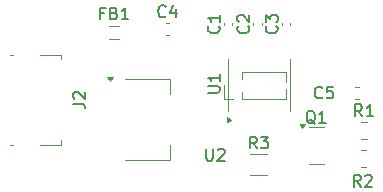
<source format=gbr>
%TF.GenerationSoftware,KiCad,Pcbnew,8.0.5*%
%TF.CreationDate,2025-01-07T00:48:21+01:00*%
%TF.ProjectId,my_Project3,6d795f50-726f-46a6-9563-74332e6b6963,rev?*%
%TF.SameCoordinates,Original*%
%TF.FileFunction,Legend,Top*%
%TF.FilePolarity,Positive*%
%FSLAX46Y46*%
G04 Gerber Fmt 4.6, Leading zero omitted, Abs format (unit mm)*
G04 Created by KiCad (PCBNEW 8.0.5) date 2025-01-07 00:48:21*
%MOMM*%
%LPD*%
G01*
G04 APERTURE LIST*
%ADD10C,0.150000*%
%ADD11C,0.120000*%
G04 APERTURE END LIST*
D10*
X122659819Y-80941833D02*
X123374104Y-80941833D01*
X123374104Y-80941833D02*
X123516961Y-80989452D01*
X123516961Y-80989452D02*
X123612200Y-81084690D01*
X123612200Y-81084690D02*
X123659819Y-81227547D01*
X123659819Y-81227547D02*
X123659819Y-81322785D01*
X122755057Y-80513261D02*
X122707438Y-80465642D01*
X122707438Y-80465642D02*
X122659819Y-80370404D01*
X122659819Y-80370404D02*
X122659819Y-80132309D01*
X122659819Y-80132309D02*
X122707438Y-80037071D01*
X122707438Y-80037071D02*
X122755057Y-79989452D01*
X122755057Y-79989452D02*
X122850295Y-79941833D01*
X122850295Y-79941833D02*
X122945533Y-79941833D01*
X122945533Y-79941833D02*
X123088390Y-79989452D01*
X123088390Y-79989452D02*
X123659819Y-80560880D01*
X123659819Y-80560880D02*
X123659819Y-79941833D01*
X130488333Y-73525580D02*
X130440714Y-73573200D01*
X130440714Y-73573200D02*
X130297857Y-73620819D01*
X130297857Y-73620819D02*
X130202619Y-73620819D01*
X130202619Y-73620819D02*
X130059762Y-73573200D01*
X130059762Y-73573200D02*
X129964524Y-73477961D01*
X129964524Y-73477961D02*
X129916905Y-73382723D01*
X129916905Y-73382723D02*
X129869286Y-73192247D01*
X129869286Y-73192247D02*
X129869286Y-73049390D01*
X129869286Y-73049390D02*
X129916905Y-72858914D01*
X129916905Y-72858914D02*
X129964524Y-72763676D01*
X129964524Y-72763676D02*
X130059762Y-72668438D01*
X130059762Y-72668438D02*
X130202619Y-72620819D01*
X130202619Y-72620819D02*
X130297857Y-72620819D01*
X130297857Y-72620819D02*
X130440714Y-72668438D01*
X130440714Y-72668438D02*
X130488333Y-72716057D01*
X131345476Y-72954152D02*
X131345476Y-73620819D01*
X131107381Y-72573200D02*
X130869286Y-73287485D01*
X130869286Y-73287485D02*
X131488333Y-73287485D01*
X138225833Y-84730819D02*
X137892500Y-84254628D01*
X137654405Y-84730819D02*
X137654405Y-83730819D01*
X137654405Y-83730819D02*
X138035357Y-83730819D01*
X138035357Y-83730819D02*
X138130595Y-83778438D01*
X138130595Y-83778438D02*
X138178214Y-83826057D01*
X138178214Y-83826057D02*
X138225833Y-83921295D01*
X138225833Y-83921295D02*
X138225833Y-84064152D01*
X138225833Y-84064152D02*
X138178214Y-84159390D01*
X138178214Y-84159390D02*
X138130595Y-84207009D01*
X138130595Y-84207009D02*
X138035357Y-84254628D01*
X138035357Y-84254628D02*
X137654405Y-84254628D01*
X138559167Y-83730819D02*
X139178214Y-83730819D01*
X139178214Y-83730819D02*
X138844881Y-84111771D01*
X138844881Y-84111771D02*
X138987738Y-84111771D01*
X138987738Y-84111771D02*
X139082976Y-84159390D01*
X139082976Y-84159390D02*
X139130595Y-84207009D01*
X139130595Y-84207009D02*
X139178214Y-84302247D01*
X139178214Y-84302247D02*
X139178214Y-84540342D01*
X139178214Y-84540342D02*
X139130595Y-84635580D01*
X139130595Y-84635580D02*
X139082976Y-84683200D01*
X139082976Y-84683200D02*
X138987738Y-84730819D01*
X138987738Y-84730819D02*
X138702024Y-84730819D01*
X138702024Y-84730819D02*
X138606786Y-84683200D01*
X138606786Y-84683200D02*
X138559167Y-84635580D01*
X143147261Y-82646057D02*
X143052023Y-82598438D01*
X143052023Y-82598438D02*
X142956785Y-82503200D01*
X142956785Y-82503200D02*
X142813928Y-82360342D01*
X142813928Y-82360342D02*
X142718690Y-82312723D01*
X142718690Y-82312723D02*
X142623452Y-82312723D01*
X142671071Y-82550819D02*
X142575833Y-82503200D01*
X142575833Y-82503200D02*
X142480595Y-82407961D01*
X142480595Y-82407961D02*
X142432976Y-82217485D01*
X142432976Y-82217485D02*
X142432976Y-81884152D01*
X142432976Y-81884152D02*
X142480595Y-81693676D01*
X142480595Y-81693676D02*
X142575833Y-81598438D01*
X142575833Y-81598438D02*
X142671071Y-81550819D01*
X142671071Y-81550819D02*
X142861547Y-81550819D01*
X142861547Y-81550819D02*
X142956785Y-81598438D01*
X142956785Y-81598438D02*
X143052023Y-81693676D01*
X143052023Y-81693676D02*
X143099642Y-81884152D01*
X143099642Y-81884152D02*
X143099642Y-82217485D01*
X143099642Y-82217485D02*
X143052023Y-82407961D01*
X143052023Y-82407961D02*
X142956785Y-82503200D01*
X142956785Y-82503200D02*
X142861547Y-82550819D01*
X142861547Y-82550819D02*
X142671071Y-82550819D01*
X144052023Y-82550819D02*
X143480595Y-82550819D01*
X143766309Y-82550819D02*
X143766309Y-81550819D01*
X143766309Y-81550819D02*
X143671071Y-81693676D01*
X143671071Y-81693676D02*
X143575833Y-81788914D01*
X143575833Y-81788914D02*
X143480595Y-81836533D01*
X143748333Y-80395580D02*
X143700714Y-80443200D01*
X143700714Y-80443200D02*
X143557857Y-80490819D01*
X143557857Y-80490819D02*
X143462619Y-80490819D01*
X143462619Y-80490819D02*
X143319762Y-80443200D01*
X143319762Y-80443200D02*
X143224524Y-80347961D01*
X143224524Y-80347961D02*
X143176905Y-80252723D01*
X143176905Y-80252723D02*
X143129286Y-80062247D01*
X143129286Y-80062247D02*
X143129286Y-79919390D01*
X143129286Y-79919390D02*
X143176905Y-79728914D01*
X143176905Y-79728914D02*
X143224524Y-79633676D01*
X143224524Y-79633676D02*
X143319762Y-79538438D01*
X143319762Y-79538438D02*
X143462619Y-79490819D01*
X143462619Y-79490819D02*
X143557857Y-79490819D01*
X143557857Y-79490819D02*
X143700714Y-79538438D01*
X143700714Y-79538438D02*
X143748333Y-79586057D01*
X144653095Y-79490819D02*
X144176905Y-79490819D01*
X144176905Y-79490819D02*
X144129286Y-79967009D01*
X144129286Y-79967009D02*
X144176905Y-79919390D01*
X144176905Y-79919390D02*
X144272143Y-79871771D01*
X144272143Y-79871771D02*
X144510238Y-79871771D01*
X144510238Y-79871771D02*
X144605476Y-79919390D01*
X144605476Y-79919390D02*
X144653095Y-79967009D01*
X144653095Y-79967009D02*
X144700714Y-80062247D01*
X144700714Y-80062247D02*
X144700714Y-80300342D01*
X144700714Y-80300342D02*
X144653095Y-80395580D01*
X144653095Y-80395580D02*
X144605476Y-80443200D01*
X144605476Y-80443200D02*
X144510238Y-80490819D01*
X144510238Y-80490819D02*
X144272143Y-80490819D01*
X144272143Y-80490819D02*
X144176905Y-80443200D01*
X144176905Y-80443200D02*
X144129286Y-80395580D01*
X147013333Y-87950819D02*
X146680000Y-87474628D01*
X146441905Y-87950819D02*
X146441905Y-86950819D01*
X146441905Y-86950819D02*
X146822857Y-86950819D01*
X146822857Y-86950819D02*
X146918095Y-86998438D01*
X146918095Y-86998438D02*
X146965714Y-87046057D01*
X146965714Y-87046057D02*
X147013333Y-87141295D01*
X147013333Y-87141295D02*
X147013333Y-87284152D01*
X147013333Y-87284152D02*
X146965714Y-87379390D01*
X146965714Y-87379390D02*
X146918095Y-87427009D01*
X146918095Y-87427009D02*
X146822857Y-87474628D01*
X146822857Y-87474628D02*
X146441905Y-87474628D01*
X147394286Y-87046057D02*
X147441905Y-86998438D01*
X147441905Y-86998438D02*
X147537143Y-86950819D01*
X147537143Y-86950819D02*
X147775238Y-86950819D01*
X147775238Y-86950819D02*
X147870476Y-86998438D01*
X147870476Y-86998438D02*
X147918095Y-87046057D01*
X147918095Y-87046057D02*
X147965714Y-87141295D01*
X147965714Y-87141295D02*
X147965714Y-87236533D01*
X147965714Y-87236533D02*
X147918095Y-87379390D01*
X147918095Y-87379390D02*
X147346667Y-87950819D01*
X147346667Y-87950819D02*
X147965714Y-87950819D01*
X137479580Y-74362666D02*
X137527200Y-74410285D01*
X137527200Y-74410285D02*
X137574819Y-74553142D01*
X137574819Y-74553142D02*
X137574819Y-74648380D01*
X137574819Y-74648380D02*
X137527200Y-74791237D01*
X137527200Y-74791237D02*
X137431961Y-74886475D01*
X137431961Y-74886475D02*
X137336723Y-74934094D01*
X137336723Y-74934094D02*
X137146247Y-74981713D01*
X137146247Y-74981713D02*
X137003390Y-74981713D01*
X137003390Y-74981713D02*
X136812914Y-74934094D01*
X136812914Y-74934094D02*
X136717676Y-74886475D01*
X136717676Y-74886475D02*
X136622438Y-74791237D01*
X136622438Y-74791237D02*
X136574819Y-74648380D01*
X136574819Y-74648380D02*
X136574819Y-74553142D01*
X136574819Y-74553142D02*
X136622438Y-74410285D01*
X136622438Y-74410285D02*
X136670057Y-74362666D01*
X136670057Y-73981713D02*
X136622438Y-73934094D01*
X136622438Y-73934094D02*
X136574819Y-73838856D01*
X136574819Y-73838856D02*
X136574819Y-73600761D01*
X136574819Y-73600761D02*
X136622438Y-73505523D01*
X136622438Y-73505523D02*
X136670057Y-73457904D01*
X136670057Y-73457904D02*
X136765295Y-73410285D01*
X136765295Y-73410285D02*
X136860533Y-73410285D01*
X136860533Y-73410285D02*
X137003390Y-73457904D01*
X137003390Y-73457904D02*
X137574819Y-74029332D01*
X137574819Y-74029332D02*
X137574819Y-73410285D01*
X134979580Y-74362666D02*
X135027200Y-74410285D01*
X135027200Y-74410285D02*
X135074819Y-74553142D01*
X135074819Y-74553142D02*
X135074819Y-74648380D01*
X135074819Y-74648380D02*
X135027200Y-74791237D01*
X135027200Y-74791237D02*
X134931961Y-74886475D01*
X134931961Y-74886475D02*
X134836723Y-74934094D01*
X134836723Y-74934094D02*
X134646247Y-74981713D01*
X134646247Y-74981713D02*
X134503390Y-74981713D01*
X134503390Y-74981713D02*
X134312914Y-74934094D01*
X134312914Y-74934094D02*
X134217676Y-74886475D01*
X134217676Y-74886475D02*
X134122438Y-74791237D01*
X134122438Y-74791237D02*
X134074819Y-74648380D01*
X134074819Y-74648380D02*
X134074819Y-74553142D01*
X134074819Y-74553142D02*
X134122438Y-74410285D01*
X134122438Y-74410285D02*
X134170057Y-74362666D01*
X135074819Y-73410285D02*
X135074819Y-73981713D01*
X135074819Y-73695999D02*
X134074819Y-73695999D01*
X134074819Y-73695999D02*
X134217676Y-73791237D01*
X134217676Y-73791237D02*
X134312914Y-73886475D01*
X134312914Y-73886475D02*
X134360533Y-73981713D01*
X139879580Y-74362666D02*
X139927200Y-74410285D01*
X139927200Y-74410285D02*
X139974819Y-74553142D01*
X139974819Y-74553142D02*
X139974819Y-74648380D01*
X139974819Y-74648380D02*
X139927200Y-74791237D01*
X139927200Y-74791237D02*
X139831961Y-74886475D01*
X139831961Y-74886475D02*
X139736723Y-74934094D01*
X139736723Y-74934094D02*
X139546247Y-74981713D01*
X139546247Y-74981713D02*
X139403390Y-74981713D01*
X139403390Y-74981713D02*
X139212914Y-74934094D01*
X139212914Y-74934094D02*
X139117676Y-74886475D01*
X139117676Y-74886475D02*
X139022438Y-74791237D01*
X139022438Y-74791237D02*
X138974819Y-74648380D01*
X138974819Y-74648380D02*
X138974819Y-74553142D01*
X138974819Y-74553142D02*
X139022438Y-74410285D01*
X139022438Y-74410285D02*
X139070057Y-74362666D01*
X138974819Y-74029332D02*
X138974819Y-73410285D01*
X138974819Y-73410285D02*
X139355771Y-73743618D01*
X139355771Y-73743618D02*
X139355771Y-73600761D01*
X139355771Y-73600761D02*
X139403390Y-73505523D01*
X139403390Y-73505523D02*
X139451009Y-73457904D01*
X139451009Y-73457904D02*
X139546247Y-73410285D01*
X139546247Y-73410285D02*
X139784342Y-73410285D01*
X139784342Y-73410285D02*
X139879580Y-73457904D01*
X139879580Y-73457904D02*
X139927200Y-73505523D01*
X139927200Y-73505523D02*
X139974819Y-73600761D01*
X139974819Y-73600761D02*
X139974819Y-73886475D01*
X139974819Y-73886475D02*
X139927200Y-73981713D01*
X139927200Y-73981713D02*
X139879580Y-74029332D01*
X134074819Y-80009904D02*
X134884342Y-80009904D01*
X134884342Y-80009904D02*
X134979580Y-79962285D01*
X134979580Y-79962285D02*
X135027200Y-79914666D01*
X135027200Y-79914666D02*
X135074819Y-79819428D01*
X135074819Y-79819428D02*
X135074819Y-79628952D01*
X135074819Y-79628952D02*
X135027200Y-79533714D01*
X135027200Y-79533714D02*
X134979580Y-79486095D01*
X134979580Y-79486095D02*
X134884342Y-79438476D01*
X134884342Y-79438476D02*
X134074819Y-79438476D01*
X135074819Y-78438476D02*
X135074819Y-79009904D01*
X135074819Y-78724190D02*
X134074819Y-78724190D01*
X134074819Y-78724190D02*
X134217676Y-78819428D01*
X134217676Y-78819428D02*
X134312914Y-78914666D01*
X134312914Y-78914666D02*
X134360533Y-79009904D01*
X147125833Y-82000819D02*
X146792500Y-81524628D01*
X146554405Y-82000819D02*
X146554405Y-81000819D01*
X146554405Y-81000819D02*
X146935357Y-81000819D01*
X146935357Y-81000819D02*
X147030595Y-81048438D01*
X147030595Y-81048438D02*
X147078214Y-81096057D01*
X147078214Y-81096057D02*
X147125833Y-81191295D01*
X147125833Y-81191295D02*
X147125833Y-81334152D01*
X147125833Y-81334152D02*
X147078214Y-81429390D01*
X147078214Y-81429390D02*
X147030595Y-81477009D01*
X147030595Y-81477009D02*
X146935357Y-81524628D01*
X146935357Y-81524628D02*
X146554405Y-81524628D01*
X148078214Y-82000819D02*
X147506786Y-82000819D01*
X147792500Y-82000819D02*
X147792500Y-81000819D01*
X147792500Y-81000819D02*
X147697262Y-81143676D01*
X147697262Y-81143676D02*
X147602024Y-81238914D01*
X147602024Y-81238914D02*
X147506786Y-81286533D01*
X125284166Y-73277009D02*
X124950833Y-73277009D01*
X124950833Y-73800819D02*
X124950833Y-72800819D01*
X124950833Y-72800819D02*
X125427023Y-72800819D01*
X126141309Y-73277009D02*
X126284166Y-73324628D01*
X126284166Y-73324628D02*
X126331785Y-73372247D01*
X126331785Y-73372247D02*
X126379404Y-73467485D01*
X126379404Y-73467485D02*
X126379404Y-73610342D01*
X126379404Y-73610342D02*
X126331785Y-73705580D01*
X126331785Y-73705580D02*
X126284166Y-73753200D01*
X126284166Y-73753200D02*
X126188928Y-73800819D01*
X126188928Y-73800819D02*
X125807976Y-73800819D01*
X125807976Y-73800819D02*
X125807976Y-72800819D01*
X125807976Y-72800819D02*
X126141309Y-72800819D01*
X126141309Y-72800819D02*
X126236547Y-72848438D01*
X126236547Y-72848438D02*
X126284166Y-72896057D01*
X126284166Y-72896057D02*
X126331785Y-72991295D01*
X126331785Y-72991295D02*
X126331785Y-73086533D01*
X126331785Y-73086533D02*
X126284166Y-73181771D01*
X126284166Y-73181771D02*
X126236547Y-73229390D01*
X126236547Y-73229390D02*
X126141309Y-73277009D01*
X126141309Y-73277009D02*
X125807976Y-73277009D01*
X127331785Y-73800819D02*
X126760357Y-73800819D01*
X127046071Y-73800819D02*
X127046071Y-72800819D01*
X127046071Y-72800819D02*
X126950833Y-72943676D01*
X126950833Y-72943676D02*
X126855595Y-73038914D01*
X126855595Y-73038914D02*
X126760357Y-73086533D01*
X133918095Y-84750819D02*
X133918095Y-85560342D01*
X133918095Y-85560342D02*
X133965714Y-85655580D01*
X133965714Y-85655580D02*
X134013333Y-85703200D01*
X134013333Y-85703200D02*
X134108571Y-85750819D01*
X134108571Y-85750819D02*
X134299047Y-85750819D01*
X134299047Y-85750819D02*
X134394285Y-85703200D01*
X134394285Y-85703200D02*
X134441904Y-85655580D01*
X134441904Y-85655580D02*
X134489523Y-85560342D01*
X134489523Y-85560342D02*
X134489523Y-84750819D01*
X134918095Y-84846057D02*
X134965714Y-84798438D01*
X134965714Y-84798438D02*
X135060952Y-84750819D01*
X135060952Y-84750819D02*
X135299047Y-84750819D01*
X135299047Y-84750819D02*
X135394285Y-84798438D01*
X135394285Y-84798438D02*
X135441904Y-84846057D01*
X135441904Y-84846057D02*
X135489523Y-84941295D01*
X135489523Y-84941295D02*
X135489523Y-85036533D01*
X135489523Y-85036533D02*
X135441904Y-85179390D01*
X135441904Y-85179390D02*
X134870476Y-85750819D01*
X134870476Y-85750819D02*
X135489523Y-85750819D01*
D11*
%TO.C,J1*%
X135420000Y-80506000D02*
X135420000Y-79396000D01*
X136180000Y-80506000D02*
X135420000Y-80506000D01*
X136940000Y-80506000D02*
X140685000Y-80506000D01*
X136940000Y-80506000D02*
X136940000Y-79959471D01*
X140685000Y-80506000D02*
X140685000Y-79703530D01*
X140685000Y-79088470D02*
X140685000Y-78286000D01*
X136940000Y-78832529D02*
X136940000Y-78286000D01*
X136940000Y-78286000D02*
X140685000Y-78286000D01*
%TO.C,J2*%
X121615000Y-76798500D02*
X121615000Y-77178500D01*
X119845000Y-76798500D02*
X121615000Y-76798500D01*
X117305000Y-76798500D02*
X117565000Y-76798500D01*
X121615000Y-84418500D02*
X121615000Y-84038500D01*
X121615000Y-84418500D02*
X119845000Y-84418500D01*
X117565000Y-84418500D02*
X117305000Y-84418500D01*
%TO.C,C4*%
X130514420Y-74086000D02*
X130795580Y-74086000D01*
X130514420Y-75106000D02*
X130795580Y-75106000D01*
%TO.C,R3*%
X137665436Y-85186000D02*
X139119564Y-85186000D01*
X137665436Y-87006000D02*
X139119564Y-87006000D01*
%TO.C,Q1*%
X143242500Y-82936000D02*
X142592500Y-82936000D01*
X143242500Y-82936000D02*
X143892500Y-82936000D01*
X143242500Y-86056000D02*
X142592500Y-86056000D01*
X143242500Y-86056000D02*
X143892500Y-86056000D01*
X142080000Y-82986000D02*
X141840000Y-82656000D01*
X142320000Y-82656000D01*
X142080000Y-82986000D01*
G36*
X142080000Y-82986000D02*
G01*
X141840000Y-82656000D01*
X142320000Y-82656000D01*
X142080000Y-82986000D01*
G37*
%TO.C,C5*%
X146549420Y-79526000D02*
X146830580Y-79526000D01*
X146549420Y-80546000D02*
X146830580Y-80546000D01*
%TO.C,R2*%
X147040436Y-84861000D02*
X147494564Y-84861000D01*
X147040436Y-86331000D02*
X147494564Y-86331000D01*
%TO.C,C2*%
X137920000Y-74303836D02*
X137920000Y-74088164D01*
X138640000Y-74303836D02*
X138640000Y-74088164D01*
%TO.C,C1*%
X135420000Y-74303836D02*
X135420000Y-74088164D01*
X136140000Y-74303836D02*
X136140000Y-74088164D01*
%TO.C,C3*%
X140320000Y-74303836D02*
X140320000Y-74088164D01*
X141040000Y-74303836D02*
X141040000Y-74088164D01*
%TO.C,U1*%
X135803500Y-79380000D02*
X135803500Y-81580000D01*
X135803500Y-79380000D02*
X135803500Y-77180000D01*
X141023500Y-79380000D02*
X141023500Y-81580000D01*
X141023500Y-79380000D02*
X141023500Y-77180000D01*
X136003500Y-82280000D02*
X135673500Y-82520000D01*
X135673500Y-82040000D01*
X136003500Y-82280000D01*
G36*
X136003500Y-82280000D02*
G01*
X135673500Y-82520000D01*
X135673500Y-82040000D01*
X136003500Y-82280000D01*
G37*
%TO.C,R1*%
X147065436Y-82461000D02*
X147519564Y-82461000D01*
X147065436Y-83931000D02*
X147519564Y-83931000D01*
%TO.C,FB1*%
X125717878Y-74336000D02*
X126517122Y-74336000D01*
X125717878Y-75456000D02*
X126517122Y-75456000D01*
%TO.C,U2*%
X127080000Y-78886000D02*
X130840000Y-78886000D01*
X127080000Y-85706000D02*
X130840000Y-85706000D01*
X130840000Y-78886000D02*
X130840000Y-80146000D01*
X130840000Y-85706000D02*
X130840000Y-84446000D01*
X125800000Y-78986000D02*
X125560000Y-78656000D01*
X126040000Y-78656000D01*
X125800000Y-78986000D01*
G36*
X125800000Y-78986000D02*
G01*
X125560000Y-78656000D01*
X126040000Y-78656000D01*
X125800000Y-78986000D01*
G37*
%TD*%
M02*

</source>
